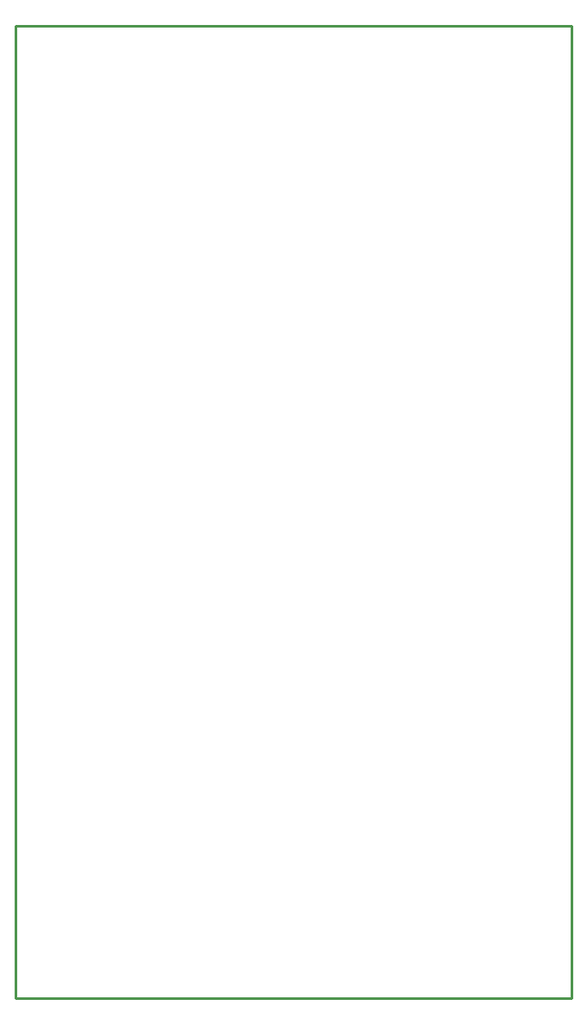
<source format=gko>
G04 Layer_Color=16711935*
%FSLAX25Y25*%
%MOIN*%
G70*
G01*
G75*
%ADD12C,0.01000*%
D12*
X-215500Y376500D02*
X0D01*
X-215500Y0D02*
X-500D01*
X0D02*
Y376500D01*
X-215500Y0D02*
Y376500D01*
M02*

</source>
